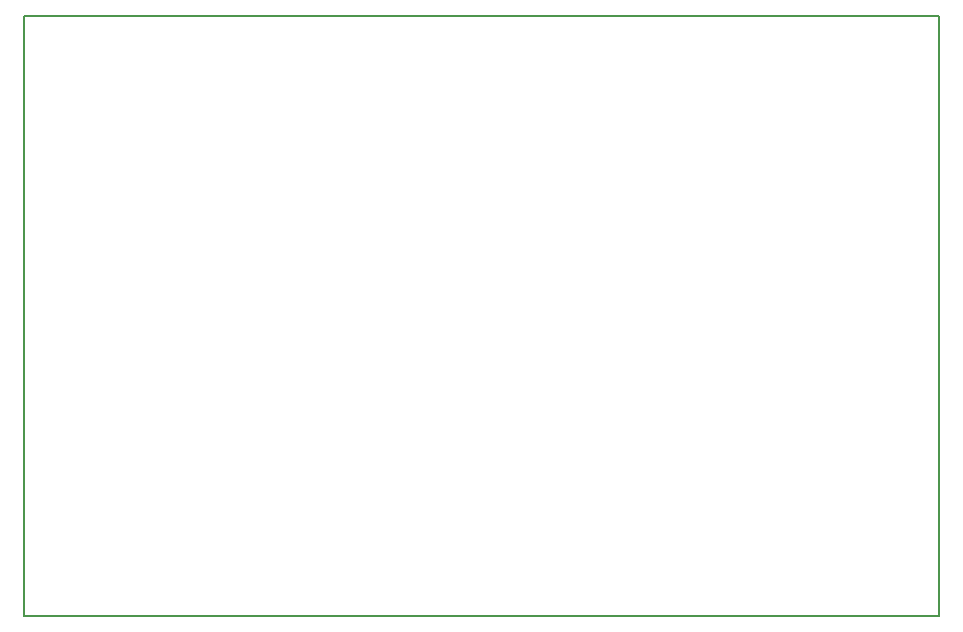
<source format=gbr>
%TF.GenerationSoftware,KiCad,Pcbnew,(6.0.7)*%
%TF.CreationDate,2023-05-14T18:18:18-04:00*%
%TF.ProjectId,12V_Plus_Minus_5MHz_Amplifier,3132565f-506c-4757-935f-4d696e75735f,rev?*%
%TF.SameCoordinates,Original*%
%TF.FileFunction,Profile,NP*%
%FSLAX46Y46*%
G04 Gerber Fmt 4.6, Leading zero omitted, Abs format (unit mm)*
G04 Created by KiCad (PCBNEW (6.0.7)) date 2023-05-14 18:18:18*
%MOMM*%
%LPD*%
G01*
G04 APERTURE LIST*
%TA.AperFunction,Profile*%
%ADD10C,0.200000*%
%TD*%
G04 APERTURE END LIST*
D10*
X186690000Y-109220000D02*
X264160000Y-109220000D01*
X264160000Y-109220000D02*
X264160000Y-160020000D01*
X264160000Y-160020000D02*
X186690000Y-160020000D01*
X186690000Y-160020000D02*
X186690000Y-109220000D01*
M02*

</source>
